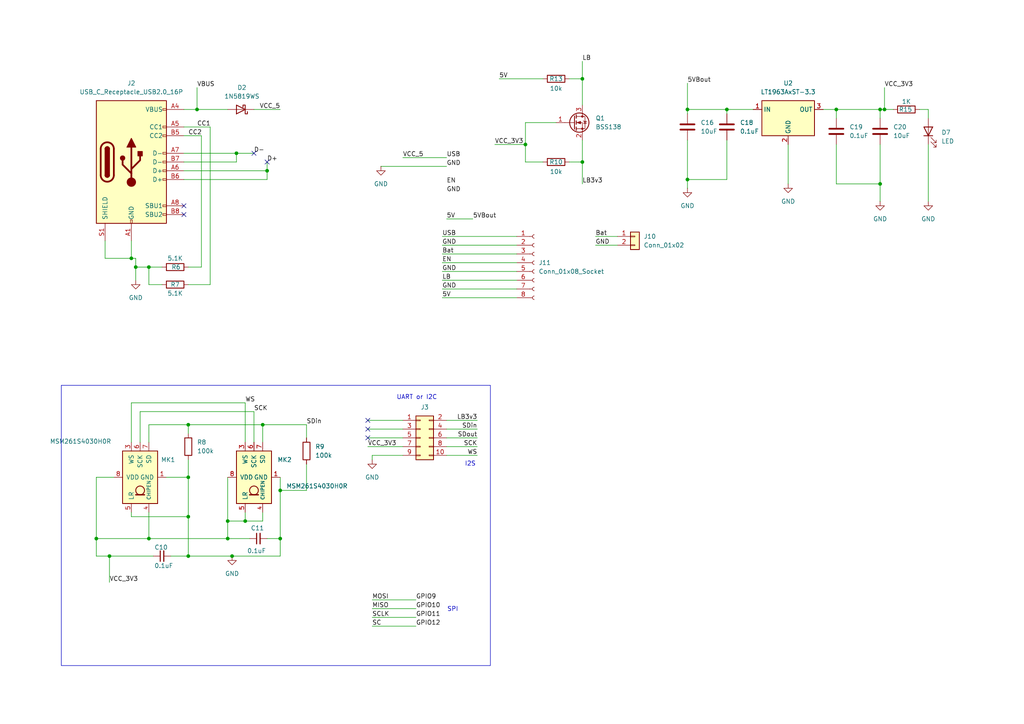
<source format=kicad_sch>
(kicad_sch (version 20231120) (generator "eeschema") (generator_version "8.0")
  (paper "A4")
  (title_block (title "ESP32 S3 IRL Subtitles Glasses") (rev "3.1"))
  (lib_symbols
    (symbol "CMM-4030D-261-I2S-TR:CMM-4030D-261-I2S-TR" (pin_names (offset 1.016))
      (property "Reference" "MK" (at -6.35 4.826 0))
      (property "Value" "CMM-4030D-261-I2S-TR" (at 2.794 -9.144 0))
      (symbol "CMM-4030D-261-I2S-TR_1_0"
        (pin input line (at -8.89 -3.81 0) (length 2.54) (name "CHIPEN") (number "4"))
      )
      (symbol "CMM-4030D-261-I2S-TR_1_1"
        (rectangle (start -6.35 3.81) (end 8.89 -6.35) (stroke (width 0.254)) (fill (type background)))
        (circle (center -2.54 -1.27) (radius 1.27) (stroke (width 0.254)))
        (polyline (pts (xy -3.81 0) (xy -3.81 -2.54)) (stroke (width 0.381)))
        (pin power_in line (at 1.27 -8.89 90) (length 2.54) (name "GND") (number "1"))
        (pin input line (at 11.43 1.27 180) (length 2.54) (name "WS") (number "3"))
        (pin input line (at -8.89 1.27 0) (length 2.54) (name "LR") (number "5"))
        (pin input line (at 11.43 -1.27 180) (length 2.54) (name "SCK") (number "6"))
        (pin output line (at 11.43 -3.81 180) (length 2.54) (name "SD") (number "7"))
        (pin power_in line (at 1.27 6.35 270) (length 2.54) (name "VDD") (number "8"))
      )
    )
    (symbol "Connector:Conn_01x08_Socket" (pin_names (offset 1.016) hide)
      (property "Reference" "J" (at 0 10.16 0))
      (property "Value" "Conn_01x08_Socket" (at 0 -12.7 0))
      (symbol "Conn_01x08_Socket_1_1"
        (arc (start 0 -9.652) (mid -0.5058 -10.16) (end 0 -10.668) (stroke (width 0.1524)))
        (arc (start 0 -7.112) (mid -0.5058 -7.62) (end 0 -8.128) (stroke (width 0.1524)))
        (arc (start 0 -4.572) (mid -0.5058 -5.08) (end 0 -5.588) (stroke (width 0.1524)))
        (arc (start 0 -2.032) (mid -0.5058 -2.54) (end 0 -3.048) (stroke (width 0.1524)))
        (polyline (pts (xy -1.27 -10.16) (xy -0.508 -10.16)) (stroke (width 0.1524)))
        (polyline (pts (xy -1.27 -7.62) (xy -0.508 -7.62)) (stroke (width 0.1524)))
        (polyline (pts (xy -1.27 -5.08) (xy -0.508 -5.08)) (stroke (width 0.1524)))
        (polyline (pts (xy -1.27 -2.54) (xy -0.508 -2.54)) (stroke (width 0.1524)))
        (polyline (pts (xy -1.27 0) (xy -0.508 0)) (stroke (width 0.1524)))
        (polyline (pts (xy -1.27 2.54) (xy -0.508 2.54)) (stroke (width 0.1524)))
        (polyline (pts (xy -1.27 5.08) (xy -0.508 5.08)) (stroke (width 0.1524)))
        (polyline (pts (xy -1.27 7.62) (xy -0.508 7.62)) (stroke (width 0.1524)))
        (arc (start 0 0.508) (mid -0.5058 0) (end 0 -0.508) (stroke (width 0.1524)))
        (arc (start 0 3.048) (mid -0.5058 2.54) (end 0 2.032) (stroke (width 0.1524)))
        (arc (start 0 5.588) (mid -0.5058 5.08) (end 0 4.572) (stroke (width 0.1524)))
        (arc (start 0 8.128) (mid -0.5058 7.62) (end 0 7.112) (stroke (width 0.1524)))
        (pin passive line (at -5.08 7.62 0) (length 3.81) (name "Pin_1") (number "1"))
        (pin passive line (at -5.08 5.08 0) (length 3.81) (name "Pin_2") (number "2"))
        (pin passive line (at -5.08 2.54 0) (length 3.81) (name "Pin_3") (number "3"))
        (pin passive line (at -5.08 0 0) (length 3.81) (name "Pin_4") (number "4"))
        (pin passive line (at -5.08 -2.54 0) (length 3.81) (name "Pin_5") (number "5"))
        (pin passive line (at -5.08 -5.08 0) (length 3.81) (name "Pin_6") (number "6"))
        (pin passive line (at -5.08 -7.62 0) (length 3.81) (name "Pin_7") (number "7"))
        (pin passive line (at -5.08 -10.16 0) (length 3.81) (name "Pin_8") (number "8"))
      )
    )
    (symbol "Connector:USB_C_Receptacle_USB2.0_16P" (pin_names (offset 1.016))
      (property "Reference" "J" (at 0 22.225 0))
      (property "Value" "USB_C_Receptacle_USB2.0_16P" (at 0 19.685 0))
      (symbol "USB_C_Receptacle_USB2.0_16P_0_0"
        (rectangle (start -0.254 -17.78) (end 0.254 -16.764))
        (rectangle (start 10.16 -14.986) (end 9.144 -15.494))
        (rectangle (start 10.16 -12.446) (end 9.144 -12.954))
        (rectangle (start 10.16 -4.826) (end 9.144 -5.334))
        (rectangle (start 10.16 -2.286) (end 9.144 -2.794))
        (rectangle (start 10.16 0.254) (end 9.144 -0.254))
        (rectangle (start 10.16 2.794) (end 9.144 2.286))
        (rectangle (start 10.16 7.874) (end 9.144 7.366))
        (rectangle (start 10.16 10.414) (end 9.144 9.906))
        (rectangle (start 10.16 15.494) (end 9.144 14.986))
      )
      (symbol "USB_C_Receptacle_USB2.0_16P_0_1"
        (rectangle (start -10.16 17.78) (end 10.16 -17.78) (stroke (width 0.254)) (fill (type background)))
        (arc (start -8.89 -3.81) (mid -6.985 -5.7067) (end -5.08 -3.81) (stroke (width 0.508)))
        (arc (start -7.62 -3.81) (mid -6.985 -4.4423) (end -6.35 -3.81) (stroke (width 0.254)))
        (arc (start -7.62 -3.81) (mid -6.985 -4.4423) (end -6.35 -3.81) (stroke (width 0.254)) (fill (type outline)))
        (rectangle (start -7.62 -3.81) (end -6.35 3.81) (stroke (width 0.254)) (fill (type outline)))
        (arc (start -6.35 3.81) (mid -6.985 4.4423) (end -7.62 3.81) (stroke (width 0.254)))
        (arc (start -6.35 3.81) (mid -6.985 4.4423) (end -7.62 3.81) (stroke (width 0.254)) (fill (type outline)))
        (arc (start -5.08 3.81) (mid -6.985 5.7067) (end -8.89 3.81) (stroke (width 0.508)))
        (circle (center -2.54 1.143) (radius 0.635) (stroke (width 0.254)) (fill (type outline)))
        (circle (center 0 -5.842) (radius 1.27) (fill (type outline)))
        (polyline (pts (xy -8.89 -3.81) (xy -8.89 3.81)) (stroke (width 0.508)))
        (polyline (pts (xy -5.08 3.81) (xy -5.08 -3.81)) (stroke (width 0.508)))
        (polyline (pts (xy 0 -5.842) (xy 0 4.318)) (stroke (width 0.508)))
        (polyline (pts (xy 0 -3.302) (xy -2.54 -0.762) (xy -2.54 0.508)) (stroke (width 0.508)))
        (polyline (pts (xy 0 -2.032) (xy 2.54 0.508) (xy 2.54 1.778)) (stroke (width 0.508)))
        (polyline (pts (xy -1.27 4.318) (xy 0 6.858) (xy 1.27 4.318) (xy -1.27 4.318)) (stroke (width 0.254)) (fill (type outline)))
        (rectangle (start 1.905 1.778) (end 3.175 3.048) (stroke (width 0.254)) (fill (type outline)))
      )
      (symbol "USB_C_Receptacle_USB2.0_16P_1_1"
        (pin passive line (at 0 -22.86 90) (length 5.08) (name "GND") (number "A1"))
        (pin passive line (at 0 -22.86 90) (length 5.08) hide (name "GND") (number "A12"))
        (pin passive line (at 15.24 15.24 180) (length 5.08) (name "VBUS") (number "A4"))
        (pin bidirectional line (at 15.24 10.16 180) (length 5.08) (name "CC1") (number "A5"))
        (pin bidirectional line (at 15.24 -2.54 180) (length 5.08) (name "D+") (number "A6"))
        (pin bidirectional line (at 15.24 2.54 180) (length 5.08) (name "D-") (number "A7"))
        (pin bidirectional line (at 15.24 -12.7 180) (length 5.08) (name "SBU1") (number "A8"))
        (pin passive line (at 15.24 15.24 180) (length 5.08) hide (name "VBUS") (number "A9"))
        (pin passive line (at 0 -22.86 90) (length 5.08) hide (name "GND") (number "B1"))
        (pin passive line (at 0 -22.86 90) (length 5.08) hide (name "GND") (number "B12"))
        (pin passive line (at 15.24 15.24 180) (length 5.08) hide (name "VBUS") (number "B4"))
        (pin bidirectional line (at 15.24 7.62 180) (length 5.08) (name "CC2") (number "B5"))
        (pin bidirectional line (at 15.24 -5.08 180) (length 5.08) (name "D+") (number "B6"))
        (pin bidirectional line (at 15.24 0 180) (length 5.08) (name "D-") (number "B7"))
        (pin bidirectional line (at 15.24 -15.24 180) (length 5.08) (name "SBU2") (number "B8"))
        (pin passive line (at 15.24 15.24 180) (length 5.08) hide (name "VBUS") (number "B9"))
        (pin passive line (at -7.62 -22.86 90) (length 5.08) (name "SHIELD") (number "S1"))
      )
    )
    (symbol "Connector_Generic:Conn_01x02" (pin_names (offset 1.016) hide)
      (property "Reference" "J" (at 0 2.54 0))
      (property "Value" "Conn_01x02" (at 0 -5.08 0))
      (symbol "Conn_01x02_1_1"
        (rectangle (start -1.27 -2.413) (end 0 -2.667) (stroke (width 0.1524)))
        (rectangle (start -1.27 0.127) (end 0 -0.127) (stroke (width 0.1524)))
        (rectangle (start -1.27 1.27) (end 1.27 -3.81) (stroke (width 0.254)) (fill (type background)))
        (pin passive line (at -5.08 0 0) (length 3.81) (name "Pin_1") (number "1"))
        (pin passive line (at -5.08 -2.54 0) (length 3.81) (name "Pin_2") (number "2"))
      )
    )
    (symbol "Connector_Generic:Conn_02x05_Odd_Even" (pin_names (offset 1.016) hide)
      (property "Reference" "J" (at 1.27 7.62 0))
      (property "Value" "Conn_02x05_Odd_Even" (at 1.27 -7.62 0))
      (symbol "Conn_02x05_Odd_Even_1_1"
        (rectangle (start -1.27 -4.953) (end 0 -5.207) (stroke (width 0.1524)))
        (rectangle (start -1.27 -2.413) (end 0 -2.667) (stroke (width 0.1524)))
        (rectangle (start -1.27 0.127) (end 0 -0.127) (stroke (width 0.1524)))
        (rectangle (start -1.27 2.667) (end 0 2.413) (stroke (width 0.1524)))
        (rectangle (start -1.27 5.207) (end 0 4.953) (stroke (width 0.1524)))
        (rectangle (start -1.27 6.35) (end 3.81 -6.35) (stroke (width 0.254)) (fill (type background)))
        (rectangle (start 3.81 -4.953) (end 2.54 -5.207) (stroke (width 0.1524)))
        (rectangle (start 3.81 -2.413) (end 2.54 -2.667) (stroke (width 0.1524)))
        (rectangle (start 3.81 0.127) (end 2.54 -0.127) (stroke (width 0.1524)))
        (rectangle (start 3.81 2.667) (end 2.54 2.413) (stroke (width 0.1524)))
        (rectangle (start 3.81 5.207) (end 2.54 4.953) (stroke (width 0.1524)))
        (pin passive line (at -5.08 5.08 0) (length 3.81) (name "Pin_1") (number "1"))
        (pin passive line (at 7.62 -5.08 180) (length 3.81) (name "Pin_10") (number "10"))
        (pin passive line (at 7.62 5.08 180) (length 3.81) (name "Pin_2") (number "2"))
        (pin passive line (at -5.08 2.54 0) (length 3.81) (name "Pin_3") (number "3"))
        (pin passive line (at 7.62 2.54 180) (length 3.81) (name "Pin_4") (number "4"))
        (pin passive line (at -5.08 0 0) (length 3.81) (name "Pin_5") (number "5"))
        (pin passive line (at 7.62 0 180) (length 3.81) (name "Pin_6") (number "6"))
        (pin passive line (at -5.08 -2.54 0) (length 3.81) (name "Pin_7") (number "7"))
        (pin passive line (at 7.62 -2.54 180) (length 3.81) (name "Pin_8") (number "8"))
        (pin passive line (at -5.08 -5.08 0) (length 3.81) (name "Pin_9") (number "9"))
      )
    )
    (symbol "Device:C" (pin_numbers hide) (pin_names (offset 0.254))
      (property "Reference" "C" (at 0.635 2.54 0))
      (property "Value" "C" (at 0.635 -2.54 0))
      (symbol "C_0_1"
        (polyline (pts (xy -2.032 -0.762) (xy 2.032 -0.762)) (stroke (width 0.508)))
        (polyline (pts (xy -2.032 0.762) (xy 2.032 0.762)) (stroke (width 0.508)))
      )
      (symbol "C_1_1"
        (pin passive line (at 0 3.81 270) (length 2.794) (name "~") (number "1"))
        (pin passive line (at 0 -3.81 90) (length 2.794) (name "~") (number "2"))
      )
    )
    (symbol "Device:C_Small" (pin_numbers hide) (pin_names (offset 0.254) hide)
      (property "Reference" "C" (at 0.254 1.778 0))
      (property "Value" "C_Small" (at 0.254 -2.032 0))
      (symbol "C_Small_0_1"
        (polyline (pts (xy -1.524 -0.508) (xy 1.524 -0.508)) (stroke (width 0.3302)))
        (polyline (pts (xy -1.524 0.508) (xy 1.524 0.508)) (stroke (width 0.3048)))
      )
      (symbol "C_Small_1_1"
        (pin passive line (at 0 2.54 270) (length 2.032) (name "~") (number "1"))
        (pin passive line (at 0 -2.54 90) (length 2.032) (name "~") (number "2"))
      )
    )
    (symbol "Device:LED" (pin_numbers hide) (pin_names (offset 1.016) hide)
      (property "Reference" "D" (at 0 2.54 0))
      (property "Value" "LED" (at 0 -2.54 0))
      (symbol "LED_0_1"
        (polyline (pts (xy -1.27 -1.27) (xy -1.27 1.27)) (stroke (width 0.254)))
        (polyline (pts (xy -1.27 0) (xy 1.27 0)))
        (polyline (pts (xy 1.27 -1.27) (xy 1.27 1.27) (xy -1.27 0) (xy 1.27 -1.27)) (stroke (width 0.254)))
        (polyline (pts (xy -3.048 -0.762) (xy -4.572 -2.286) (xy -3.81 -2.286) (xy -4.572 -2.286) (xy -4.572 -1.524)))
        (polyline (pts (xy -1.778 -0.762) (xy -3.302 -2.286) (xy -2.54 -2.286) (xy -3.302 -2.286) (xy -3.302 -1.524)))
      )
      (symbol "LED_1_1"
        (pin passive line (at -3.81 0 0) (length 2.54) (name "K") (number "1"))
        (pin passive line (at 3.81 0 180) (length 2.54) (name "A") (number "2"))
      )
    )
    (symbol "Device:R" (pin_numbers hide) (pin_names (offset 0))
      (property "Reference" "R" (at 2.032 0 90))
      (property "Value" "R" (at 0 0 90))
      (symbol "R_0_1"
        (rectangle (start -1.016 -2.54) (end 1.016 2.54) (stroke (width 0.254)))
      )
      (symbol "R_1_1"
        (pin passive line (at 0 3.81 270) (length 1.27) (name "~") (number "1"))
        (pin passive line (at 0 -3.81 90) (length 1.27) (name "~") (number "2"))
      )
    )
    (symbol "Diode:1N5819WS" (pin_numbers hide) (pin_names (offset 1.016) hide)
      (property "Reference" "D" (at 0 2.54 0))
      (property "Value" "1N5819WS" (at 0 -2.54 0))
      (symbol "1N5819WS_0_1"
        (polyline (pts (xy 1.27 0) (xy -1.27 0)))
        (polyline (pts (xy 1.27 1.27) (xy 1.27 -1.27) (xy -1.27 0) (xy 1.27 1.27)) (stroke (width 0.254)))
        (polyline (pts (xy -1.905 0.635) (xy -1.905 1.27) (xy -1.27 1.27) (xy -1.27 -1.27) (xy -0.635 -1.27) (xy -0.635 -0.635)) (stroke (width 0.254)))
      )
      (symbol "1N5819WS_1_1"
        (pin passive line (at -3.81 0 0) (length 2.54) (name "K") (number "1"))
        (pin passive line (at 3.81 0 180) (length 2.54) (name "A") (number "2"))
      )
    )
    (symbol "Regulator_Linear:LT1963AxST-3.3"
      (property "Reference" "U2" (at 0 10.16 0))
      (property "Value" "LT1963AxST-3.3" (at 0 7.62 0))
      (symbol "LT1963AxST-3.3_0_1"
        (rectangle (start -7.62 5.08) (end 7.62 -5.08) (stroke (width 0.254)) (fill (type background)))
      )
      (symbol "LT1963AxST-3.3_1_1"
        (pin power_in line (at -10.16 2.54 0) (length 2.54) (name "IN") (number "1"))
        (pin power_in line (at 0 -7.62 90) (length 2.54) (name "GND") (number "2"))
        (pin power_out line (at 10.16 2.54 180) (length 2.54) (name "OUT") (number "3"))
        (pin power_in line (at 0 -7.62 90) (length 2.54) hide (name "GND") (number "4"))
      )
    )
    (symbol "Transistor_FET:BSS138" (pin_names hide)
      (property "Reference" "Q" (at 5.08 1.905 0))
      (property "Value" "BSS138" (at 5.08 0 0))
      (symbol "BSS138_0_1"
        (polyline (pts (xy 0.254 0) (xy -2.54 0)))
        (polyline (pts (xy 0.254 1.905) (xy 0.254 -1.905)) (stroke (width 0.254)))
        (polyline (pts (xy 0.762 -1.27) (xy 0.762 -2.286)) (stroke (width 0.254)))
        (polyline (pts (xy 0.762 0.508) (xy 0.762 -0.508)) (stroke (width 0.254)))
        (polyline (pts (xy 0.762 2.286) (xy 0.762 1.27)) (stroke (width 0.254)))
        (polyline (pts (xy 2.54 2.54) (xy 2.54 1.778)))
        (polyline (pts (xy 2.54 -2.54) (xy 2.54 0) (xy 0.762 0)))
        (polyline (pts (xy 0.762 -1.778) (xy 3.302 -1.778) (xy 3.302 1.778) (xy 0.762 1.778)))
        (polyline (pts (xy 1.016 0) (xy 2.032 0.381) (xy 2.032 -0.381) (xy 1.016 0)) (fill (type outline)))
        (polyline (pts (xy 2.794 0.508) (xy 2.921 0.381) (xy 3.683 0.381) (xy 3.81 0.254)))
        (polyline (pts (xy 3.302 0.381) (xy 2.921 -0.254) (xy 3.683 -0.254) (xy 3.302 0.381)))
        (circle (center 1.651 0) (radius 2.794) (stroke (width 0.254)))
        (circle (center 2.54 -1.778) (radius 0.254) (fill (type outline)))
        (circle (center 2.54 1.778) (radius 0.254) (fill (type outline)))
      )
      (symbol "BSS138_1_1"
        (pin input line (at -5.08 0 0) (length 2.54) (name "G") (number "1"))
        (pin passive line (at 2.54 -5.08 90) (length 2.54) (name "S") (number "2"))
        (pin passive line (at 2.54 5.08 270) (length 2.54) (name "D") (number "3"))
      )
    )
    (symbol "power:GND" (power) (pin_numbers hide) (pin_names (offset 0) hide)
      (property "Value" "GND" (at 0 -3.81 0))
      (symbol "GND_0_1"
        (polyline (pts (xy 0 0) (xy 0 -1.27) (xy 1.27 -1.27) (xy 0 -2.54) (xy -1.27 -1.27) (xy 0 -1.27)))
      )
      (symbol "GND_1_1"
        (pin power_in line (at 0 0 270) (length 0) (name "~") (number "1"))
      )
    )
  )
  (junction (at 54.61 123.19))
  (junction (at 43.18 156.21))
  (junction (at 242.57 31.75))
  (junction (at 256.54 31.75))
  (junction (at 255.27 31.75))
  (junction (at 39.37 77.47))
  (junction (at 77.47 49.53))
  (junction (at 152.4 41.91))
  (junction (at 54.61 149.86))
  (junction (at 71.12 151.13))
  (junction (at 43.18 77.47))
  (junction (at 66.04 156.21))
  (junction (at 57.15 31.75))
  (junction (at 38.1 74.93))
  (junction (at 31.75 161.29))
  (junction (at 54.61 138.43))
  (junction (at 68.58 44.45))
  (junction (at 81.28 142.24))
  (junction (at 199.39 52.07))
  (junction (at 210.82 31.75))
  (junction (at 255.27 53.34))
  (junction (at 81.28 156.21))
  (junction (at 76.2 123.19))
  (junction (at 66.04 151.13))
  (junction (at 67.31 161.29))
  (junction (at 27.94 156.21))
  (junction (at 168.91 46.99))
  (junction (at 168.91 22.86))
  (junction (at 199.39 31.75))
  (junction (at 54.61 161.29))
  (no_connect (at 106.68 127))
  (no_connect (at 77.47 46.99))
  (no_connect (at 106.68 121.92))
  (no_connect (at 53.34 59.69))
  (no_connect (at 73.66 44.45))
  (no_connect (at 53.34 62.23))
  (no_connect (at 106.68 124.46))
  (wire (pts (xy 38.1 149.86) (xy 38.1 148.59)))
  (wire (pts (xy 107.95 181.61) (xy 120.65 181.61)))
  (wire (pts (xy 38.1 69.85) (xy 38.1 74.93)))
  (wire (pts (xy 128.27 71.12) (xy 149.86 71.12)))
  (wire (pts (xy 107.95 132.08) (xy 107.95 133.35)))
  (wire (pts (xy 60.96 82.55) (xy 54.61 82.55)))
  (wire (pts (xy 106.68 127) (xy 116.84 127)))
  (wire (pts (xy 165.1 46.99) (xy 168.91 46.99)))
  (wire (pts (xy 152.4 46.99) (xy 152.4 41.91)))
  (wire (pts (xy 43.18 156.21) (xy 66.04 156.21)))
  (wire (pts (xy 76.2 123.19) (xy 88.9 123.19)))
  (wire (pts (xy 27.94 161.29) (xy 27.94 156.21)))
  (wire (pts (xy 116.84 121.92) (xy 106.68 121.92)))
  (wire (pts (xy 66.04 151.13) (xy 66.04 138.43)))
  (wire (pts (xy 43.18 82.55) (xy 43.18 77.47)))
  (wire (pts (xy 210.82 33.02) (xy 210.82 31.75)))
  (wire (pts (xy 33.02 138.43) (xy 27.94 138.43)))
  (wire (pts (xy 43.18 128.27) (xy 43.18 123.19)))
  (wire (pts (xy 48.26 138.43) (xy 54.61 138.43)))
  (wire (pts (xy 210.82 40.64) (xy 210.82 52.07)))
  (wire (pts (xy 39.37 77.47) (xy 43.18 77.47)))
  (wire (pts (xy 39.37 77.47) (xy 39.37 74.93)))
  (wire (pts (xy 172.72 71.12) (xy 179.07 71.12)))
  (wire (pts (xy 266.7 31.75) (xy 269.24 31.75)))
  (wire (pts (xy 128.27 83.82) (xy 149.86 83.82)))
  (wire (pts (xy 40.64 119.38) (xy 73.66 119.38)))
  (wire (pts (xy 27.94 138.43) (xy 27.94 156.21)))
  (wire (pts (xy 66.04 151.13) (xy 71.12 151.13)))
  (wire (pts (xy 107.95 179.07) (xy 120.65 179.07)))
  (wire (pts (xy 138.43 132.08) (xy 129.54 132.08)))
  (wire (pts (xy 128.27 81.28) (xy 149.86 81.28)))
  (wire (pts (xy 168.91 30.48) (xy 168.91 22.86)))
  (wire (pts (xy 116.84 132.08) (xy 107.95 132.08)))
  (wire (pts (xy 199.39 24.13) (xy 199.39 31.75)))
  (wire (pts (xy 106.68 129.54) (xy 116.84 129.54)))
  (wire (pts (xy 66.04 151.13) (xy 66.04 156.21)))
  (wire (pts (xy 238.76 31.75) (xy 242.57 31.75)))
  (wire (pts (xy 143.51 41.91) (xy 152.4 41.91)))
  (wire (pts (xy 107.95 173.99) (xy 120.65 173.99)))
  (wire (pts (xy 88.9 123.19) (xy 88.9 127)))
  (wire (pts (xy 53.34 46.99) (xy 68.58 46.99)))
  (wire (pts (xy 58.42 39.37) (xy 58.42 77.47)))
  (wire (pts (xy 38.1 116.84) (xy 38.1 128.27)))
  (wire (pts (xy 53.34 44.45) (xy 68.58 44.45)))
  (wire (pts (xy 39.37 81.28) (xy 39.37 77.47)))
  (wire (pts (xy 138.43 127) (xy 129.54 127)))
  (wire (pts (xy 172.72 68.58) (xy 179.07 68.58)))
  (wire (pts (xy 129.54 121.92) (xy 138.43 121.92)))
  (wire (pts (xy 128.27 78.74) (xy 149.86 78.74)))
  (wire (pts (xy 199.39 31.75) (xy 210.82 31.75)))
  (wire (pts (xy 116.84 45.72) (xy 129.54 45.72)))
  (wire (pts (xy 255.27 41.91) (xy 255.27 53.34)))
  (wire (pts (xy 53.34 49.53) (xy 77.47 49.53)))
  (wire (pts (xy 256.54 31.75) (xy 259.08 31.75)))
  (wire (pts (xy 255.27 31.75) (xy 256.54 31.75)))
  (wire (pts (xy 106.68 124.46) (xy 116.84 124.46)))
  (wire (pts (xy 38.1 149.86) (xy 54.61 149.86)))
  (wire (pts (xy 138.43 129.54) (xy 129.54 129.54)))
  (wire (pts (xy 88.9 134.62) (xy 88.9 142.24)))
  (wire (pts (xy 168.91 46.99) (xy 168.91 53.34)))
  (wire (pts (xy 242.57 31.75) (xy 242.57 34.29)))
  (wire (pts (xy 71.12 116.84) (xy 38.1 116.84)))
  (wire (pts (xy 53.34 52.07) (xy 77.47 52.07)))
  (wire (pts (xy 129.54 124.46) (xy 138.43 124.46)))
  (wire (pts (xy 128.27 73.66) (xy 149.86 73.66)))
  (wire (pts (xy 269.24 41.91) (xy 269.24 58.42)))
  (wire (pts (xy 53.34 39.37) (xy 58.42 39.37)))
  (wire (pts (xy 81.28 161.29) (xy 81.28 156.21)))
  (wire (pts (xy 210.82 52.07) (xy 199.39 52.07)))
  (wire (pts (xy 76.2 151.13) (xy 71.12 151.13)))
  (wire (pts (xy 242.57 41.91) (xy 242.57 53.34)))
  (wire (pts (xy 269.24 31.75) (xy 269.24 34.29)))
  (wire (pts (xy 199.39 52.07) (xy 199.39 54.61)))
  (wire (pts (xy 107.95 176.53) (xy 120.65 176.53)))
  (wire (pts (xy 43.18 148.59) (xy 43.18 156.21)))
  (wire (pts (xy 68.58 44.45) (xy 73.66 44.45)))
  (wire (pts (xy 152.4 41.91) (xy 152.4 35.56)))
  (wire (pts (xy 168.91 17.78) (xy 168.91 22.86)))
  (wire (pts (xy 199.39 40.64) (xy 199.39 52.07)))
  (wire (pts (xy 128.27 86.36) (xy 149.86 86.36)))
  (wire (pts (xy 71.12 148.59) (xy 71.12 151.13)))
  (wire (pts (xy 76.2 123.19) (xy 76.2 128.27)))
  (wire (pts (xy 128.27 68.58) (xy 149.86 68.58)))
  (wire (pts (xy 27.94 156.21) (xy 43.18 156.21)))
  (wire (pts (xy 57.15 31.75) (xy 66.04 31.75)))
  (wire (pts (xy 255.27 31.75) (xy 255.27 34.29)))
  (wire (pts (xy 242.57 31.75) (xy 255.27 31.75)))
  (wire (pts (xy 242.57 53.34) (xy 255.27 53.34)))
  (wire (pts (xy 129.54 63.5) (xy 137.16 63.5)))
  (wire (pts (xy 77.47 49.53) (xy 77.47 52.07)))
  (wire (pts (xy 81.28 142.24) (xy 81.28 138.43)))
  (wire (pts (xy 54.61 133.35) (xy 54.61 138.43)))
  (wire (pts (xy 53.34 31.75) (xy 57.15 31.75)))
  (wire (pts (xy 73.66 119.38) (xy 73.66 128.27)))
  (wire (pts (xy 228.6 41.91) (xy 228.6 53.34)))
  (wire (pts (xy 31.75 168.91) (xy 31.75 161.29)))
  (wire (pts (xy 168.91 46.99) (xy 168.91 40.64)))
  (wire (pts (xy 256.54 25.4) (xy 256.54 31.75)))
  (wire (pts (xy 67.31 161.29) (xy 81.28 161.29)))
  (wire (pts (xy 66.04 156.21) (xy 72.39 156.21)))
  (wire (pts (xy 81.28 156.21) (xy 81.28 142.24)))
  (wire (pts (xy 255.27 53.34) (xy 255.27 58.42)))
  (wire (pts (xy 54.61 123.19) (xy 54.61 125.73)))
  (wire (pts (xy 58.42 77.47) (xy 54.61 77.47)))
  (wire (pts (xy 43.18 77.47) (xy 46.99 77.47)))
  (wire (pts (xy 210.82 31.75) (xy 218.44 31.75)))
  (wire (pts (xy 60.96 36.83) (xy 60.96 82.55)))
  (wire (pts (xy 53.34 36.83) (xy 60.96 36.83)))
  (wire (pts (xy 54.61 149.86) (xy 54.61 161.29)))
  (wire (pts (xy 157.48 46.99) (xy 152.4 46.99)))
  (wire (pts (xy 168.91 22.86) (xy 165.1 22.86)))
  (wire (pts (xy 43.18 123.19) (xy 54.61 123.19)))
  (wire (pts (xy 68.58 44.45) (xy 68.58 46.99)))
  (wire (pts (xy 77.47 46.99) (xy 77.47 49.53)))
  (wire (pts (xy 76.2 148.59) (xy 76.2 151.13)))
  (wire (pts (xy 152.4 35.56) (xy 161.29 35.56)))
  (wire (pts (xy 44.45 161.29) (xy 31.75 161.29)))
  (wire (pts (xy 31.75 161.29) (xy 27.94 161.29)))
  (wire (pts (xy 54.61 123.19) (xy 76.2 123.19)))
  (wire (pts (xy 54.61 161.29) (xy 67.31 161.29)))
  (wire (pts (xy 71.12 128.27) (xy 71.12 116.84)))
  (wire (pts (xy 46.99 82.55) (xy 43.18 82.55)))
  (wire (pts (xy 54.61 138.43) (xy 54.61 149.86)))
  (wire (pts (xy 57.15 25.4) (xy 57.15 31.75)))
  (wire (pts (xy 40.64 119.38) (xy 40.64 128.27)))
  (wire (pts (xy 110.49 48.26) (xy 129.54 48.26)))
  (wire (pts (xy 30.48 69.85) (xy 30.48 74.93)))
  (wire (pts (xy 199.39 33.02) (xy 199.39 31.75)))
  (wire (pts (xy 73.66 31.75) (xy 81.28 31.75)))
  (wire (pts (xy 38.1 74.93) (xy 39.37 74.93)))
  (wire (pts (xy 144.78 22.86) (xy 157.48 22.86)))
  (wire (pts (xy 128.27 76.2) (xy 149.86 76.2)))
  (wire (pts (xy 81.28 142.24) (xy 88.9 142.24)))
  (wire (pts (xy 49.53 161.29) (xy 54.61 161.29)))
  (wire (pts (xy 30.48 74.93) (xy 38.1 74.93)))
  (wire (pts (xy 77.47 156.21) (xy 81.28 156.21)))
  (rectangle (start 17.78 111.76) (end 142.24 193.04))
  (text "UART or I2C\n" (at 120.904 115.316 0) (effects (font (size 1.27 1.27))))
  (text "I2S" (at 136.398 134.62 0) (effects (font (size 1.27 1.27))))
  (text "SPI\n" (at 131.318 176.784 0) (effects (font (size 1.27 1.27))))
  (label "5VBout" (at 137.16 63.5 0))
  (label "SDin" (at 88.9 123.19 0))
  (label "GPIO11" (at 120.65 179.07 0))
  (label "GND" (at 129.54 48.26 0))
  (label "SCK" (at 138.43 129.54 180))
  (label "VCC_3V3" (at 31.75 168.91 0))
  (label "Bat" (at 128.27 73.66 0))
  (label "VBUS" (at 57.15 25.4 0))
  (label "MOSI" (at 107.95 173.99 0))
  (label "VCC_3V3" (at 256.54 25.4 0))
  (label "VCC_5" (at 81.28 31.75 180))
  (label "SCK" (at 73.66 119.38 0))
  (label "USB" (at 128.27 68.58 0))
  (label "CC2" (at 54.61 39.37 0))
  (label "GND" (at 128.27 71.12 0))
  (label "VCC_5" (at 116.84 45.72 0))
  (label "CC1" (at 57.15 36.83 0))
  (label "VCC_3V3" (at 106.68 129.54 0))
  (label "USB" (at 129.54 45.72 0))
  (label "LB" (at 168.91 17.78 0))
  (label "GPIO9" (at 120.65 173.99 0))
  (label "GND" (at 172.72 71.12 0))
  (label "5V" (at 129.54 63.5 0))
  (label "Bat" (at 172.72 68.58 0))
  (label "GND" (at 128.27 83.82 0))
  (label "GND" (at 129.54 55.88 0))
  (label "GPIO12" (at 120.65 181.61 0))
  (label "5V" (at 128.27 86.36 0))
  (label "5VBout" (at 199.39 24.13 0))
  (label "GPIO10" (at 120.65 176.53 0))
  (label "LB" (at 128.27 81.28 0))
  (label "SDin" (at 138.43 124.46 180))
  (label "GND" (at 128.27 78.74 0))
  (label "EN" (at 128.27 76.2 0))
  (label "VCC_3V3" (at 143.51 41.91 0))
  (label "EN" (at 129.54 53.34 0))
  (label "SDout" (at 138.43 127 180))
  (label "D-" (at 73.66 44.45 0))
  (label "5V" (at 144.78 22.86 0))
  (label "WS" (at 138.43 132.08 180))
  (label "LB3v3" (at 138.43 121.92 180))
  (label "SC" (at 107.95 181.61 0))
  (label "SCLK" (at 107.95 179.07 0))
  (label "D+" (at 77.47 46.99 0))
  (label "WS" (at 71.12 116.84 0))
  (label "LB3v3" (at 168.91 53.34 0))
  (label "MISO" (at 107.95 176.53 0))
  (symbol (lib_id "Device:C_Small") (at 74.93 156.21 90) (unit 1)
    (property "Reference" "C11" (at 74.676 153.162 90))
    (property "Value" "0.1uF" (at 74.422 159.766 90))
    (property "Footprint" "Capacitor_SMD:C_0805_2012Metric_Pad1.18x1.45mm_HandSolder" (effects (hide yes)))
    (property "Description" "Unpolarized capacitor, small symbol" (effects (hide yes)))
  )
  (symbol (lib_id "Connector_Generic:Conn_02x05_Odd_Even") (at 121.92 127 0) (unit 1)
    (property "Reference" "J3" (at 123.19 118.11 0))
    (property "Value" "Connector_Generic:Conn_02x05_Top_Bottom" (effects (hide yes)))
    (property "Footprint" "Connector_PinSocket_2.00mm:PinSocket_2x05_P2.00mm_Vertical" (effects (hide yes)))
    (property "Description" "Generic connector, double row, 02x05, odd/even pin numbering scheme (row 1 odd numbers, row 2 even numbers), script generated (kicad-library-utils/schlib/autogen/connector/)" (effects (hide yes)))
  )
  (symbol (lib_id "Connector:USB_C_Receptacle_USB2.0_16P") (at 38.1 46.99 0) (unit 1)
    (property "Reference" "J2" (at 38.1 24.13 0))
    (property "Value" "USB_C_Receptacle_USB2.0_16P" (at 38.1 26.67 0))
    (property "Footprint" "Library:HRO_TYPE-C-31-M-12" (effects (hide yes)))
    (property "Datasheet" "https://www.usb.org/sites/default/files/documents/usb_type-c.zip" (effects (hide yes)))
    (property "Description" "USB 2.0-only 16P Type-C Receptacle connector" (effects (hide yes)))
  )
  (symbol (lib_id "power:GND") (at 269.24 58.42 0) (unit 1)
    (property "Reference" "#PWR026" (effects (hide yes)))
    (property "Value" "GND" (at 269.24 63.5 0))
    (property "Description" "Power symbol creates a global label with name \"GND\" , ground" (effects (hide yes)))
  )
  (symbol (lib_id "power:GND") (at 39.37 81.28 0) (unit 1)
    (property "Reference" "#PWR05" (effects (hide yes)))
    (property "Value" "GND" (at 39.37 86.36 0))
    (property "Description" "Power symbol creates a global label with name \"GND\" , ground" (effects (hide yes)))
  )
  (symbol (lib_id "Device:LED") (at 269.24 38.1 90) (unit 1)
    (property "Reference" "D7" (at 273.05 38.4174 90) (effects (justify right)))
    (property "Value" "LED" (at 273.05 40.9574 90) (effects (justify right)))
    (property "Footprint" "LED_SMD:LED_0603_1608Metric_Pad1.05x0.95mm_HandSolder" (effects (hide yes)))
    (property "Description" "Light emitting diode" (effects (hide yes)))
  )
  (symbol (lib_id "Device:C") (at 199.39 36.83 0) (unit 1)
    (property "Reference" "C16" (at 203.2 35.5599 0) (effects (justify left)))
    (property "Value" "10uF" (at 203.2 38.0999 0) (effects (justify left)))
    (property "Footprint" "Capacitor_SMD:C_0805_2012Metric_Pad1.18x1.45mm_HandSolder" (effects (hide yes)))
    (property "Description" "Unpolarized capacitor" (effects (hide yes)))
  )
  (symbol (lib_id "Device:R") (at 50.8 82.55 90) (unit 1)
    (property "Reference" "R7" (at 50.8 82.55 90))
    (property "Value" "5.1K" (at 50.8 85.09 90))
    (property "Footprint" "Resistor_SMD:R_0805_2012Metric_Pad1.20x1.40mm_HandSolder" (effects (hide yes)))
    (property "Description" "Resistor" (effects (hide yes)))
  )
  (symbol (lib_id "Device:C") (at 210.82 36.83 0) (unit 1)
    (property "Reference" "C18" (at 214.63 35.5599 0) (effects (justify left)))
    (property "Value" "0.1uF" (at 214.63 38.0999 0) (effects (justify left)))
    (property "Footprint" "Capacitor_SMD:C_0805_2012Metric_Pad1.18x1.45mm_HandSolder" (effects (hide yes)))
    (property "Description" "Unpolarized capacitor" (effects (hide yes)))
  )
  (symbol (lib_id "power:GND") (at 255.27 58.42 0) (unit 1)
    (property "Reference" "#PWR025" (effects (hide yes)))
    (property "Value" "GND" (at 255.27 63.5 0))
    (property "Description" "Power symbol creates a global label with name \"GND\" , ground" (effects (hide yes)))
  )
  (symbol (lib_id "Connector_Generic:Conn_01x02") (at 184.15 68.58 0) (unit 1)
    (property "Reference" "J10" (at 186.69 68.5799 0) (effects (justify left)))
    (property "Value" "Conn_01x02" (at 186.69 71.1199 0) (effects (justify left)))
    (property "Footprint" "Connector_JST:JST_PH_S2B-PH-K_1x02_P2.00mm_Horizontal" (effects (hide yes)))
    (property "Description" "Generic connector, single row, 01x02, script generated (kicad-library-utils/schlib/autogen/connector/)" (effects (hide yes)))
  )
  (symbol (lib_id "Diode:1N5819WS") (at 69.85 31.75 180) (unit 1)
    (property "Reference" "D2" (at 70.1675 25.4 0))
    (property "Value" "1N5819WS" (at 70.1675 27.94 0))
    (property "Footprint" "Diode_SMD:D_SOD-323" (effects (hide yes)))
    (property "Datasheet" "https://datasheet.lcsc.com/lcsc/2204281430_Guangdong-Hottech-1N5819WS_C191023.pdf" (effects (hide yes)))
    (property "Description" "40V 600mV@1A 1A SOD-323 Schottky Barrier Diodes, SOD-323" (effects (hide yes)))
  )
  (symbol (lib_id "CMM-4030D-261-I2S-TR:CMM-4030D-261-I2S-TR") (at 72.39 139.7 90) (unit 1)
    (property "Reference" "MK2" (at 82.55 133.35 90))
    (property "Value" "MSM261S4030H0R" (at 91.948 140.97 90))
    (property "Footprint" "CMM-4030D-261-I2S-TR:MIC_CMM-4030D-261-I2S-TR" (effects (hide yes)))
    (property "DigiKey_Part_Number" "2223-CMM-4030D-261-I2S-TR-ND" (effects (hide yes)))
    (property "SnapEDA_Link" "https://www.snapeda.com/parts/CMM-4030D-261-I2S-TR/Same+Sky/view-part/?ref=snap" (effects (hide yes)))
    (property "MAXIMUM_PACKAGE_HEIGHT" "1.4 mm" (effects (hide yes)))
    (property "Package" "Package" (effects (hide yes)))
    (property "Check_prices" "https://www.snapeda.com/parts/CMM-4030D-261-I2S-TR/Same+Sky/view-part/?ref=eda" (effects (hide yes)))
    (property "STANDARD" "Manufacturer Recommendations" (effects (hide yes)))
    (property "PARTREV" "1.0" (effects (hide yes)))
    (property "MF" "Same Sky" (effects (hide yes)))
    (property "MP" "CMM-4030D-261-I2S-TR" (effects (hide yes)))
    (property "Description_1" "\n                        \n                            4.0 x 3.0 mm, Omnidirectional, Top Port, Surface Mount, 2.6 Vdc, -26 ±1 dB, I²S, MEMS Microphone\n                        \n" (effects (hide yes)))
    (property "MANUFACTURER" "CUI Devices" (effects (hide yes)))
  )
  (symbol (lib_id "Device:R") (at 50.8 77.47 90) (unit 1)
    (property "Reference" "R6" (at 51.054 77.47 90))
    (property "Value" "5.1K" (at 50.8 74.93 90))
    (property "Footprint" "Resistor_SMD:R_0805_2012Metric_Pad1.20x1.40mm_HandSolder" (effects (hide yes)))
    (property "Description" "Resistor" (effects (hide yes)))
  )
  (symbol (lib_id "CMM-4030D-261-I2S-TR:CMM-4030D-261-I2S-TR") (at 39.37 139.7 90) (unit 1)
    (property "Reference" "MK1" (at 48.768 133.35 90))
    (property "Value" "MSM261S4030H0R" (at 23.368 128.016 90))
    (property "Footprint" "CMM-4030D-261-I2S-TR:MIC_CMM-4030D-261-I2S-TR" (effects (hide yes)))
    (property "DigiKey_Part_Number" "2223-CMM-4030D-261-I2S-TR-ND" (effects (hide yes)))
    (property "SnapEDA_Link" "https://www.snapeda.com/parts/CMM-4030D-261-I2S-TR/Same+Sky/view-part/?ref=snap" (effects (hide yes)))
    (property "MAXIMUM_PACKAGE_HEIGHT" "1.4 mm" (effects (hide yes)))
    (property "Package" "Package" (effects (hide yes)))
    (property "Check_prices" "https://www.snapeda.com/parts/CMM-4030D-261-I2S-TR/Same+Sky/view-part/?ref=eda" (effects (hide yes)))
    (property "STANDARD" "Manufacturer Recommendations" (effects (hide yes)))
    (property "PARTREV" "1.0" (effects (hide yes)))
    (property "MF" "Same Sky" (effects (hide yes)))
    (property "MP" "CMM-4030D-261-I2S-TR" (effects (hide yes)))
    (property "Description_1" "\n                        \n                            4.0 x 3.0 mm, Omnidirectional, Top Port, Surface Mount, 2.6 Vdc, -26 ±1 dB, I²S, MEMS Microphone\n                        \n" (effects (hide yes)))
    (property "MANUFACTURER" "CUI Devices" (effects (hide yes)))
  )
  (symbol (lib_id "Device:R") (at 161.29 22.86 90) (unit 1)
    (property "Reference" "R13" (at 161.29 22.86 90))
    (property "Value" "10k" (at 161.29 25.654 90))
    (property "Footprint" "Resistor_SMD:R_0805_2012Metric_Pad1.20x1.40mm_HandSolder" (effects (hide yes)))
    (property "Description" "Resistor" (effects (hide yes)))
  )
  (symbol (lib_id "Device:C_Small") (at 46.99 161.29 90) (unit 1)
    (property "Reference" "C10" (at 46.736 158.75 90))
    (property "Value" "0.1uF" (at 47.498 164.084 90))
    (property "Footprint" "Capacitor_SMD:C_0805_2012Metric_Pad1.18x1.45mm_HandSolder" (effects (hide yes)))
    (property "Description" "Unpolarized capacitor, small symbol" (effects (hide yes)))
  )
  (symbol (lib_id "power:GND") (at 110.49 48.26 0) (unit 1)
    (property "Reference" "#PWR013" (effects (hide yes)))
    (property "Value" "GND" (at 110.49 53.34 0))
    (property "Description" "Power symbol creates a global label with name \"GND\" , ground" (effects (hide yes)))
  )
  (symbol (lib_id "Device:R") (at 88.9 130.81 0) (unit 1)
    (property "Reference" "R9" (at 91.44 129.5399 0) (effects (justify left)))
    (property "Value" "100k" (at 91.44 132.0799 0) (effects (justify left)))
    (property "Footprint" "Resistor_SMD:R_0805_2012Metric_Pad1.20x1.40mm_HandSolder" (effects (hide yes)))
    (property "Description" "Resistor" (effects (hide yes)))
  )
  (symbol (lib_id "power:GND") (at 67.31 161.29 0) (unit 1)
    (property "Reference" "#PWR07" (effects (hide yes)))
    (property "Value" "GND" (at 67.31 166.37 0))
    (property "Description" "Power symbol creates a global label with name \"GND\" , ground" (effects (hide yes)))
  )
  (symbol (lib_id "power:GND") (at 107.95 133.35 0) (unit 1)
    (property "Reference" "#PWR010" (effects (hide yes)))
    (property "Value" "GND" (at 107.95 138.43 0))
    (property "Description" "Power symbol creates a global label with name \"GND\" , ground" (effects (hide yes)))
  )
  (symbol (lib_id "Device:R") (at 161.29 46.99 90) (unit 1)
    (property "Reference" "R10" (at 161.29 46.99 90))
    (property "Value" "10k" (at 161.29 49.784 90))
    (property "Footprint" "Resistor_SMD:R_0805_2012Metric_Pad1.20x1.40mm_HandSolder" (effects (hide yes)))
    (property "Description" "Resistor" (effects (hide yes)))
  )
  (symbol (lib_id "Device:C") (at 242.57 38.1 0) (unit 1)
    (property "Reference" "C19" (at 246.38 36.8299 0) (effects (justify left)))
    (property "Value" "0.1uF" (at 246.38 39.3699 0) (effects (justify left)))
    (property "Footprint" "Capacitor_SMD:C_0805_2012Metric_Pad1.18x1.45mm_HandSolder" (effects (hide yes)))
    (property "Description" "Unpolarized capacitor" (effects (hide yes)))
  )
  (symbol (lib_id "Device:R") (at 262.89 31.75 90) (unit 1)
    (property "Reference" "R15" (at 262.636 31.75 90))
    (property "Value" "1K" (at 262.89 29.464 90))
    (property "Footprint" "Resistor_SMD:R_0603_1608Metric_Pad0.98x0.95mm_HandSolder" (effects (hide yes)))
    (property "Description" "Resistor" (effects (hide yes)))
  )
  (symbol (lib_id "power:GND") (at 228.6 53.34 0) (unit 1)
    (property "Reference" "#PWR024" (effects (hide yes)))
    (property "Value" "GND" (at 228.6 58.42 0))
    (property "Description" "Power symbol creates a global label with name \"GND\" , ground" (effects (hide yes)))
  )
  (symbol (lib_id "Device:C") (at 255.27 38.1 0) (unit 1)
    (property "Reference" "C20" (at 259.08 36.8299 0) (effects (justify left)))
    (property "Value" "10uF" (at 259.08 39.3699 0) (effects (justify left)))
    (property "Footprint" "Capacitor_SMD:C_0805_2012Metric_Pad1.18x1.45mm_HandSolder" (effects (hide yes)))
    (property "Description" "Unpolarized capacitor" (effects (hide yes)))
  )
  (symbol (lib_id "Device:R") (at 54.61 129.54 0) (unit 1)
    (property "Reference" "R8" (at 57.15 128.2699 0) (effects (justify left)))
    (property "Value" "100k" (at 57.15 130.8099 0) (effects (justify left)))
    (property "Footprint" "Resistor_SMD:R_0805_2012Metric_Pad1.20x1.40mm_HandSolder" (effects (hide yes)))
    (property "Description" "Resistor" (effects (hide yes)))
  )
  (symbol (lib_id "Regulator_Linear:LT1963AxST-3.3") (at 228.6 34.29 0) (unit 1)
    (property "Reference" "U2" (at 228.6 24.13 0))
    (property "Value" "LT1963AxST-3.3" (at 228.6 26.67 0))
    (property "Footprint" "Package_TO_SOT_SMD:SOT-223-3_TabPin2" (effects (hide yes)))
    (property "Datasheet" "https://www.analog.com/media/en/technical-documentation/data-sheets/1963aff.pdf" (effects (hide yes)))
    (property "Description" "3.3V, 1.5A, Low Noise, Fast Transient Response LDO Regulator, SOT-223" (effects (hide yes)))
  )
  (symbol (lib_id "power:GND") (at 199.39 54.61 0) (unit 1)
    (property "Reference" "#PWR023" (effects (hide yes)))
    (property "Value" "GND" (at 199.39 59.69 0))
    (property "Description" "Power symbol creates a global label with name \"GND\" , ground" (effects (hide yes)))
  )
  (symbol (lib_id "Connector:Conn_01x08_Socket") (at 154.94 76.2 0) (unit 1)
    (property "Reference" "J11" (at 156.21 76.1999 0) (effects (justify left)))
    (property "Value" "Conn_01x08_Socket" (at 156.21 78.7399 0) (effects (justify left)))
    (property "Footprint" "Connector_PinSocket_2.54mm:PinSocket_1x08_P2.54mm_Vertical" (effects (hide yes)))
    (property "Description" "Generic connector, single row, 01x08, script generated" (effects (hide yes)))
  )
  (symbol (lib_id "Transistor_FET:BSS138") (at 166.37 35.56 0) (unit 1)
    (property "Reference" "Q1" (at 172.72 34.2899 0) (effects (justify left)))
    (property "Value" "BSS138" (at 172.72 36.8299 0) (effects (justify left)))
    (property "Footprint" "Package_TO_SOT_SMD:SOT-23" (effects (hide yes)))
    (property "Datasheet" "https://www.onsemi.com/pub/Collateral/BSS138-D.PDF" (effects (hide yes)))
    (property "Description" "50V Vds, 0.22A Id, N-Channel MOSFET, SOT-23" (effects (hide yes)))
  )
)
</source>
